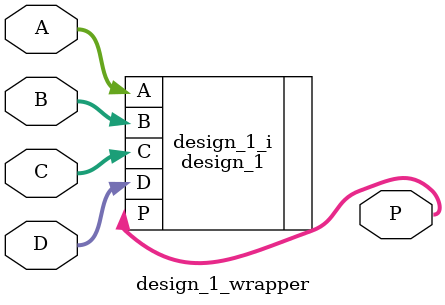
<source format=v>
`timescale 1 ps / 1 ps

module design_1_wrapper
   (A,
    B,
    C,
    D,
    P);
  input [24:0]A;
  input [17:0]B;
  input [47:0]C;
  input [24:0]D;
  output [47:0]P;

  wire [24:0]A;
  wire [17:0]B;
  wire [47:0]C;
  wire [24:0]D;
  wire [47:0]P;

  design_1 design_1_i
       (.A(A),
        .B(B),
        .C(C),
        .D(D),
        .P(P));
endmodule

</source>
